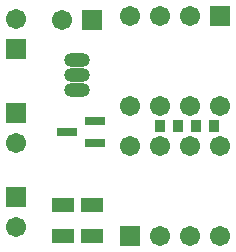
<source format=gts>
G04 Layer_Color=8388736*
%FSLAX44Y44*%
%MOMM*%
G71*
G01*
G75*
%ADD25R,0.9032X1.1032*%
%ADD26R,1.6532X0.8032*%
%ADD27R,1.9032X1.3032*%
%ADD28R,1.7032X1.7032*%
%ADD29C,1.7032*%
%ADD30R,1.7032X1.7032*%
%ADD31O,2.2032X1.2032*%
%ADD32O,2.2032X1.2032*%
D25*
X177500Y110000D02*
D03*
X192500D02*
D03*
X162500Y110000D02*
D03*
X147500D02*
D03*
D26*
X91750Y95500D02*
D03*
Y114500D02*
D03*
X68250Y105000D02*
D03*
D27*
X90000Y43500D02*
D03*
Y16500D02*
D03*
X65000Y43500D02*
D03*
Y16500D02*
D03*
D28*
X90000Y200000D02*
D03*
D29*
X64600D02*
D03*
X25000Y200400D02*
D03*
Y24600D02*
D03*
Y95600D02*
D03*
X147300Y16900D02*
D03*
X172700D02*
D03*
X198100D02*
D03*
X121900Y93100D02*
D03*
X147300D02*
D03*
X172700D02*
D03*
X198100D02*
D03*
X172700Y203100D02*
D03*
X147300D02*
D03*
X121900D02*
D03*
X198100Y126900D02*
D03*
X172700D02*
D03*
X147300D02*
D03*
X121900D02*
D03*
D30*
X25000Y175000D02*
D03*
Y50000D02*
D03*
Y121000D02*
D03*
X121900Y16900D02*
D03*
X198100Y203100D02*
D03*
D31*
X77000Y165700D02*
D03*
Y153000D02*
D03*
D32*
Y140300D02*
D03*
M02*

</source>
